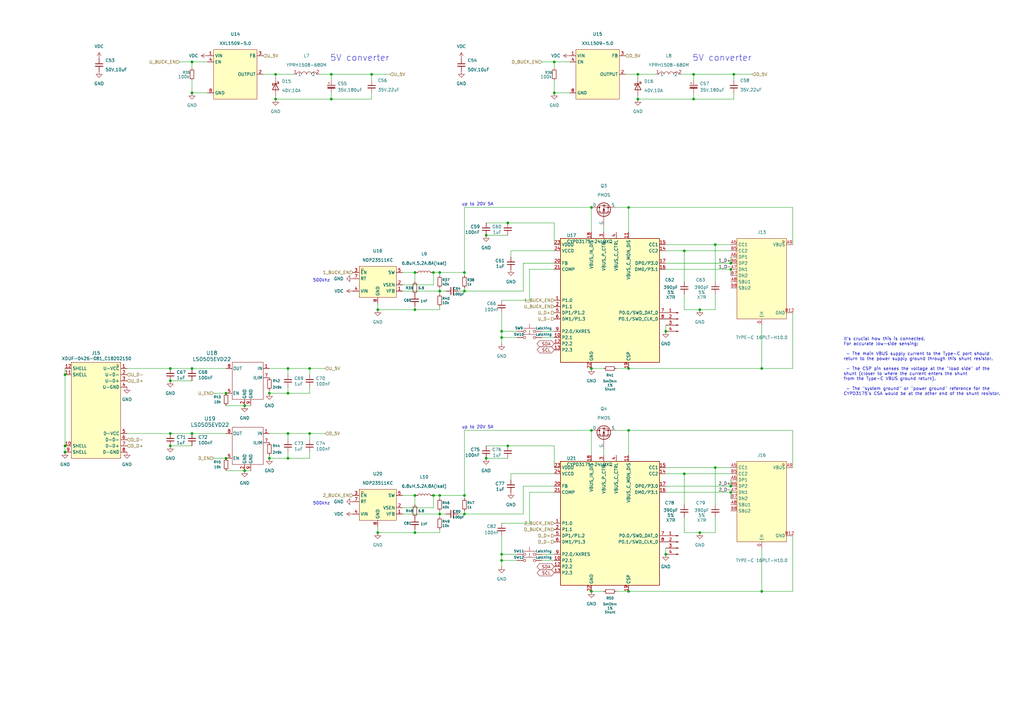
<source format=kicad_sch>
(kicad_sch (version 20250114) (generator "eeschema") (generator_version "9.0")
  (paper "A3")
  (text "up to 20V 5A" (at 202.438 175.26 0) (effects (font (size 1.27 1.27)) (justify right)))
  (text "5V converter" (at 296.164 23.876 0) (effects (font (size 2.54 2.54))))
  (text "up to 20V 5A" (at 202.438 83.82 0) (effects (font (size 1.27 1.27)) (justify right)))
  (text "500khz" (at 131.826 206.502 0) (effects (font (size 1.27 1.27))))
  (text "500khz" (at 131.826 115.062 0) (effects (font (size 1.27 1.27))))
  (text "5V converter" (at 147.574 23.876 0) (effects (font (size 2.54 2.54))))
  (text "It's crucial how this is connected.\nFor accurate low-side sensing:\n\n - The main VBUS supply current to the Type-C port should\nreturn to the power supply ground through this shunt resistor.\n\n - The CSP pin senses the voltage at the \"load side\" of the\nshunt (closer to where the current enters the shunt\nfrom the Type-C VBUS ground return).\n\n - The \"system ground\" or \"power ground\" reference for the\nCYPD3175's CSA would be at the other end of the shunt resistor." (at 345.948 150.368 0) (effects (font (size 1.27 1.27)) (justify left)))
  (junction (at 284.48 40.64))
  (junction (at 299.72 110.49))
  (junction (at 190.5 119.38))
  (junction (at 180.34 203.2))
  (junction (at 110.49 187.96))
  (junction (at 287.02 127))
  (junction (at 78.74 177.8))
  (junction (at 257.81 242.57))
  (junction (at 100.33 166.37))
  (junction (at 92.71 161.29))
  (junction (at 261.62 40.64))
  (junction (at 199.39 187.96))
  (junction (at 154.94 127))
  (junction (at 69.85 151.13))
  (junction (at 78.74 151.13))
  (junction (at 257.81 176.53))
  (junction (at 257.81 151.13))
  (junction (at 287.02 218.44))
  (junction (at 280.67 194.31))
  (junction (at 127 177.8))
  (junction (at 190.5 203.2))
  (junction (at 177.8 203.2))
  (junction (at 242.57 85.09))
  (junction (at 293.37 191.77))
  (junction (at 180.34 119.38))
  (junction (at 135.89 30.48))
  (junction (at 154.94 218.44))
  (junction (at 170.18 218.44))
  (junction (at 208.28 91.44))
  (junction (at 26.67 185.42))
  (junction (at 69.85 182.88))
  (junction (at 293.37 100.33))
  (junction (at 113.03 40.64))
  (junction (at 69.85 177.8))
  (junction (at 242.57 242.57))
  (junction (at 26.67 153.67))
  (junction (at 242.57 176.53))
  (junction (at 180.34 111.76))
  (junction (at 190.5 111.76))
  (junction (at 135.89 40.64))
  (junction (at 205.74 135.89))
  (junction (at 152.4 30.48))
  (junction (at 299.72 201.93))
  (junction (at 170.18 111.76))
  (junction (at 312.42 151.13))
  (junction (at 273.05 227.33))
  (junction (at 118.11 187.96))
  (junction (at 26.67 182.88))
  (junction (at 257.81 85.09))
  (junction (at 205.74 229.87))
  (junction (at 199.39 96.52))
  (junction (at 205.74 138.43))
  (junction (at 205.74 227.33))
  (junction (at 280.67 102.87))
  (junction (at 208.28 182.88))
  (junction (at 227.33 25.4))
  (junction (at 170.18 203.2))
  (junction (at 242.57 151.13))
  (junction (at 299.72 199.39))
  (junction (at 78.74 38.1))
  (junction (at 177.8 111.76))
  (junction (at 118.11 177.8))
  (junction (at 100.33 193.04))
  (junction (at 273.05 135.89))
  (junction (at 118.11 151.13))
  (junction (at 78.74 25.4))
  (junction (at 110.49 161.29))
  (junction (at 300.99 30.48))
  (junction (at 190.5 210.82))
  (junction (at 69.85 156.21))
  (junction (at 299.72 107.95))
  (junction (at 118.11 161.29))
  (junction (at 261.62 30.48))
  (junction (at 227.33 38.1))
  (junction (at 92.71 187.96))
  (junction (at 113.03 30.48))
  (junction (at 284.48 30.48))
  (junction (at 180.34 210.82))
  (junction (at 127 151.13))
  (junction (at 170.18 127))
  (junction (at 312.42 242.57))
  (wire (pts (xy 170.18 127) (xy 180.34 127)))
  (wire (pts (xy 273.05 110.49) (xy 299.72 110.49)))
  (wire (pts (xy 261.62 40.64) (xy 284.48 40.64)))
  (wire (pts (xy 52.07 177.8) (xy 69.85 177.8)))
  (wire (pts (xy 227.33 25.4) (xy 227.33 27.94)))
  (wire (pts (xy 135.89 40.64) (xy 135.89 38.1)))
  (wire (pts (xy 78.74 177.8) (xy 92.71 177.8)))
  (wire (pts (xy 300.99 30.48) (xy 308.61 30.48)))
  (wire (pts (xy 170.18 203.2) (xy 170.18 207.01)))
  (wire (pts (xy 242.57 176.53) (xy 242.57 186.69)))
  (wire (pts (xy 325.12 151.13) (xy 325.12 128.27)))
  (wire (pts (xy 284.48 40.64) (xy 284.48 38.1)))
  (wire (pts (xy 177.8 116.84) (xy 177.8 111.76)))
  (wire (pts (xy 252.73 176.53) (xy 257.81 176.53)))
  (wire (pts (xy 242.57 151.13) (xy 247.65 151.13)))
  (wire (pts (xy 261.62 30.48) (xy 269.24 30.48)))
  (wire (pts (xy 133.35 151.13) (xy 127 151.13)))
  (wire (pts (xy 100.33 166.37) (xy 102.87 166.37)))
  (wire (pts (xy 205.74 138.43) (xy 212.09 138.43)))
  (wire (pts (xy 177.8 208.28) (xy 177.8 203.2)))
  (wire (pts (xy 257.81 176.53) (xy 325.12 176.53)))
  (wire (pts (xy 205.74 135.89) (xy 212.09 135.89)))
  (wire (pts (xy 205.74 227.33) (xy 212.09 227.33)))
  (wire (pts (xy 190.5 119.38) (xy 187.96 119.38)))
  (wire (pts (xy 217.17 110.49) (xy 217.17 123.19)))
  (wire (pts (xy 227.33 38.1) (xy 227.33 33.02)))
  (wire (pts (xy 325.12 85.09) (xy 325.12 100.33)))
  (wire (pts (xy 69.85 151.13) (xy 78.74 151.13)))
  (wire (pts (xy 299.72 201.93) (xy 299.72 204.47)))
  (wire (pts (xy 217.17 123.19) (xy 205.74 123.19)))
  (wire (pts (xy 87.63 161.29) (xy 92.71 161.29)))
  (wire (pts (xy 300.99 30.48) (xy 300.99 33.02)))
  (wire (pts (xy 133.35 177.8) (xy 127 177.8)))
  (wire (pts (xy 299.72 110.49) (xy 299.72 113.03)))
  (wire (pts (xy 273.05 107.95) (xy 299.72 107.95)))
  (wire (pts (xy 217.17 214.63) (xy 205.74 214.63)))
  (wire (pts (xy 154.94 124.46) (xy 154.94 127)))
  (wire (pts (xy 299.72 199.39) (xy 299.72 196.85)))
  (wire (pts (xy 190.5 119.38) (xy 214.63 119.38)))
  (wire (pts (xy 118.11 161.29) (xy 127 161.29)))
  (wire (pts (xy 300.99 40.64) (xy 300.99 38.1)))
  (wire (pts (xy 284.48 40.64) (xy 300.99 40.64)))
  (wire (pts (xy 152.4 30.48) (xy 152.4 33.02)))
  (wire (pts (xy 154.94 215.9) (xy 154.94 218.44)))
  (wire (pts (xy 78.74 38.1) (xy 85.09 38.1)))
  (wire (pts (xy 257.81 151.13) (xy 312.42 151.13)))
  (wire (pts (xy 205.74 138.43) (xy 205.74 135.89)))
  (wire (pts (xy 127 158.75) (xy 127 161.29)))
  (wire (pts (xy 154.94 218.44) (xy 170.18 218.44)))
  (wire (pts (xy 69.85 177.8) (xy 78.74 177.8)))
  (wire (pts (xy 205.74 229.87) (xy 205.74 227.33)))
  (wire (pts (xy 227.33 91.44) (xy 227.33 100.33)))
  (wire (pts (xy 208.28 91.44) (xy 227.33 91.44)))
  (wire (pts (xy 199.39 96.52) (xy 208.28 96.52)))
  (wire (pts (xy 293.37 212.09) (xy 293.37 218.44)))
  (wire (pts (xy 130.81 30.48) (xy 135.89 30.48)))
  (wire (pts (xy 118.11 151.13) (xy 110.49 151.13)))
  (wire (pts (xy 190.5 209.55) (xy 190.5 210.82)))
  (wire (pts (xy 180.34 111.76) (xy 190.5 111.76)))
  (wire (pts (xy 113.03 30.48) (xy 120.65 30.48)))
  (wire (pts (xy 222.25 229.87) (xy 227.33 229.87)))
  (wire (pts (xy 110.49 161.29) (xy 118.11 161.29)))
  (wire (pts (xy 190.5 113.03) (xy 190.5 111.76)))
  (wire (pts (xy 154.94 127) (xy 170.18 127)))
  (wire (pts (xy 208.28 182.88) (xy 227.33 182.88)))
  (wire (pts (xy 118.11 185.42) (xy 118.11 187.96)))
  (wire (pts (xy 280.67 194.31) (xy 280.67 207.01)))
  (wire (pts (xy 325.12 242.57) (xy 325.12 219.71)))
  (wire (pts (xy 222.25 25.4) (xy 227.33 25.4)))
  (wire (pts (xy 110.49 161.29) (xy 110.49 160.02)))
  (wire (pts (xy 190.5 85.09) (xy 242.57 85.09)))
  (wire (pts (xy 247.65 184.15) (xy 247.65 186.69)))
  (wire (pts (xy 190.5 118.11) (xy 190.5 119.38)))
  (wire (pts (xy 280.67 102.87) (xy 299.72 102.87)))
  (wire (pts (xy 100.33 193.04) (xy 102.87 193.04)))
  (wire (pts (xy 180.34 127) (xy 180.34 125.73)))
  (wire (pts (xy 190.5 176.53) (xy 242.57 176.53)))
  (wire (pts (xy 135.89 30.48) (xy 152.4 30.48)))
  (wire (pts (xy 257.81 176.53) (xy 257.81 186.69)))
  (wire (pts (xy 205.74 135.89) (xy 205.74 128.27)))
  (wire (pts (xy 252.73 242.57) (xy 257.81 242.57)))
  (wire (pts (xy 256.54 30.48) (xy 261.62 30.48)))
  (wire (pts (xy 87.63 187.96) (xy 92.71 187.96)))
  (wire (pts (xy 69.85 156.21) (xy 78.74 156.21)))
  (wire (pts (xy 209.55 102.87) (xy 209.55 105.41)))
  (wire (pts (xy 261.62 40.64) (xy 261.62 39.37)))
  (wire (pts (xy 190.5 210.82) (xy 214.63 210.82)))
  (wire (pts (xy 127 153.67) (xy 127 151.13)))
  (wire (pts (xy 180.34 210.82) (xy 182.88 210.82)))
  (wire (pts (xy 273.05 194.31) (xy 280.67 194.31)))
  (wire (pts (xy 26.67 182.88) (xy 26.67 185.42)))
  (wire (pts (xy 180.34 203.2) (xy 190.5 203.2)))
  (wire (pts (xy 214.63 210.82) (xy 214.63 199.39)))
  (wire (pts (xy 222.25 135.89) (xy 227.33 135.89)))
  (wire (pts (xy 293.37 120.65) (xy 293.37 127)))
  (wire (pts (xy 222.25 138.43) (xy 227.33 138.43)))
  (wire (pts (xy 312.42 224.79) (xy 312.42 242.57)))
  (wire (pts (xy 279.4 30.48) (xy 284.48 30.48)))
  (wire (pts (xy 252.73 151.13) (xy 257.81 151.13)))
  (wire (pts (xy 180.34 119.38) (xy 180.34 120.65)))
  (wire (pts (xy 227.33 182.88) (xy 227.33 191.77)))
  (wire (pts (xy 257.81 85.09) (xy 257.81 95.25)))
  (wire (pts (xy 280.67 212.09) (xy 280.67 218.44)))
  (wire (pts (xy 209.55 194.31) (xy 209.55 196.85)))
  (wire (pts (xy 26.67 153.67) (xy 26.67 182.88)))
  (wire (pts (xy 273.05 199.39) (xy 299.72 199.39)))
  (wire (pts (xy 127 151.13) (xy 118.11 151.13)))
  (wire (pts (xy 170.18 218.44) (xy 170.18 217.17)))
  (wire (pts (xy 199.39 182.88) (xy 208.28 182.88)))
  (wire (pts (xy 205.74 232.41) (xy 205.74 229.87)))
  (wire (pts (xy 293.37 100.33) (xy 293.37 115.57)))
  (wire (pts (xy 52.07 151.13) (xy 69.85 151.13)))
  (wire (pts (xy 325.12 176.53) (xy 325.12 191.77)))
  (wire (pts (xy 118.11 187.96) (xy 127 187.96)))
  (wire (pts (xy 26.67 151.13) (xy 26.67 153.67)))
  (wire (pts (xy 127 177.8) (xy 118.11 177.8)))
  (wire (pts (xy 293.37 191.77) (xy 299.72 191.77)))
  (wire (pts (xy 170.18 111.76) (xy 170.18 115.57)))
  (wire (pts (xy 227.33 38.1) (xy 233.68 38.1)))
  (wire (pts (xy 180.34 111.76) (xy 180.34 113.03)))
  (wire (pts (xy 205.74 229.87) (xy 212.09 229.87)))
  (wire (pts (xy 273.05 102.87) (xy 280.67 102.87)))
  (wire (pts (xy 118.11 180.34) (xy 118.11 177.8)))
  (wire (pts (xy 209.55 102.87) (xy 227.33 102.87)))
  (wire (pts (xy 214.63 119.38) (xy 214.63 107.95)))
  (wire (pts (xy 110.49 187.96) (xy 110.49 186.69)))
  (wire (pts (xy 222.25 227.33) (xy 227.33 227.33)))
  (wire (pts (xy 190.5 203.2) (xy 190.5 176.53)))
  (wire (pts (xy 152.4 30.48) (xy 160.02 30.48)))
  (wire (pts (xy 127 180.34) (xy 127 177.8)))
  (wire (pts (xy 284.48 30.48) (xy 300.99 30.48)))
  (wire (pts (xy 293.37 218.44) (xy 287.02 218.44)))
  (wire (pts (xy 180.34 118.11) (xy 180.34 119.38)))
  (wire (pts (xy 127 185.42) (xy 127 187.96)))
  (wire (pts (xy 180.34 218.44) (xy 180.34 217.17)))
  (wire (pts (xy 78.74 25.4) (xy 78.74 27.94)))
  (wire (pts (xy 273.05 201.93) (xy 299.72 201.93)))
  (wire (pts (xy 280.67 120.65) (xy 280.67 127)))
  (wire (pts (xy 170.18 127) (xy 170.18 125.73)))
  (wire (pts (xy 299.72 107.95) (xy 299.72 105.41)))
  (wire (pts (xy 165.1 210.82) (xy 180.34 210.82)))
  (wire (pts (xy 247.65 92.71) (xy 247.65 95.25)))
  (wire (pts (xy 113.03 31.75) (xy 113.03 30.48)))
  (wire (pts (xy 214.63 199.39) (xy 227.33 199.39)))
  (wire (pts (xy 252.73 85.09) (xy 257.81 85.09)))
  (wire (pts (xy 293.37 191.77) (xy 293.37 207.01)))
  (wire (pts (xy 190.5 111.76) (xy 190.5 85.09)))
  (wire (pts (xy 78.74 38.1) (xy 78.74 33.02)))
  (wire (pts (xy 92.71 166.37) (xy 100.33 166.37)))
  (wire (pts (xy 273.05 224.79) (xy 273.05 227.33)))
  (wire (pts (xy 190.5 204.47) (xy 190.5 203.2)))
  (wire (pts (xy 261.62 31.75) (xy 261.62 30.48)))
  (wire (pts (xy 92.71 193.04) (xy 100.33 193.04)))
  (wire (pts (xy 280.67 218.44) (xy 287.02 218.44)))
  (wire (pts (xy 177.8 203.2) (xy 180.34 203.2)))
  (wire (pts (xy 227.33 25.4) (xy 233.68 25.4)))
  (wire (pts (xy 280.67 102.87) (xy 280.67 115.57)))
  (wire (pts (xy 110.49 187.96) (xy 118.11 187.96)))
  (wire (pts (xy 118.11 158.75) (xy 118.11 161.29)))
  (wire (pts (xy 190.5 210.82) (xy 187.96 210.82)))
  (wire (pts (xy 217.17 201.93) (xy 217.17 214.63)))
  (wire (pts (xy 118.11 153.67) (xy 118.11 151.13)))
  (wire (pts (xy 152.4 40.64) (xy 152.4 38.1)))
  (wire (pts (xy 113.03 40.64) (xy 135.89 40.64)))
  (wire (pts (xy 217.17 201.93) (xy 227.33 201.93)))
  (wire (pts (xy 280.67 127) (xy 287.02 127)))
  (wire (pts (xy 214.63 107.95) (xy 227.33 107.95)))
  (wire (pts (xy 165.1 116.84) (xy 177.8 116.84)))
  (wire (pts (xy 180.34 119.38) (xy 182.88 119.38)))
  (wire (pts (xy 78.74 25.4) (xy 85.09 25.4)))
  (wire (pts (xy 284.48 33.02) (xy 284.48 30.48)))
  (wire (pts (xy 209.55 194.31) (xy 227.33 194.31)))
  (wire (pts (xy 165.1 111.76) (xy 170.18 111.76)))
  (wire (pts (xy 180.34 203.2) (xy 180.34 204.47)))
  (wire (pts (xy 113.03 40.64) (xy 113.03 39.37)))
  (wire (pts (xy 180.34 209.55) (xy 180.34 210.82)))
  (wire (pts (xy 107.95 30.48) (xy 113.03 30.48)))
  (wire (pts (xy 205.74 227.33) (xy 205.74 219.71)))
  (wire (pts (xy 273.05 133.35) (xy 273.05 135.89)))
  (wire (pts (xy 273.05 191.77) (xy 293.37 191.77)))
  (wire (pts (xy 170.18 218.44) (xy 180.34 218.44)))
  (wire (pts (xy 78.74 151.13) (xy 92.71 151.13)))
  (wire (pts (xy 293.37 127) (xy 287.02 127)))
  (wire (pts (xy 165.1 208.28) (xy 177.8 208.28)))
  (wire (pts (xy 242.57 242.57) (xy 247.65 242.57)))
  (wire (pts (xy 312.42 151.13) (xy 325.12 151.13)))
  (wire (pts (xy 242.57 85.09) (xy 242.57 95.25)))
  (wire (pts (xy 217.17 110.49) (xy 227.33 110.49)))
  (wire (pts (xy 257.81 242.57) (xy 312.42 242.57)))
  (wire (pts (xy 180.34 210.82) (xy 180.34 212.09)))
  (wire (pts (xy 280.67 194.31) (xy 299.72 194.31)))
  (wire (pts (xy 135.89 40.64) (xy 152.4 40.64)))
  (wire (pts (xy 118.11 177.8) (xy 110.49 177.8)))
  (wire (pts (xy 205.74 140.97) (xy 205.74 138.43)))
  (wire (pts (xy 273.05 100.33) (xy 293.37 100.33)))
  (wire (pts (xy 135.89 33.02) (xy 135.89 30.48)))
  (wire (pts (xy 293.37 100.33) (xy 299.72 100.33)))
  (wire (pts (xy 73.66 25.4) (xy 78.74 25.4)))
  (wire (pts (xy 257.81 85.09) (xy 325.12 85.09)))
  (wire (pts (xy 69.85 182.88) (xy 78.74 182.88)))
  (wire (pts (xy 165.1 203.2) (xy 170.18 203.2)))
  (wire (pts (xy 199.39 187.96) (xy 208.28 187.96)))
  (wire (pts (xy 165.1 119.38) (xy 180.34 119.38)))
  (wire (pts (xy 177.8 111.76) (xy 180.34 111.76)))
  (wire (pts (xy 312.42 242.57) (xy 325.12 242.57)))
  (wire (pts (xy 312.42 133.35) (xy 312.42 151.13)))
  (wire (pts (xy 199.39 91.44) (xy 208.28 91.44)))
  (label "1_D-" (at 294.724 110.49 0))
  (label "1_D+" (at 294.64 107.95 0))
  (label "2_D-" (at 294.724 201.93 0))
  (label "2_D+" (at 294.64 199.39 0))
  (global_label "SDA" (shape bidirectional) (at 227.33 140.97 180) (property "Intersheetrefs" "${INTERSHEET_REFS}" (effects (hide yes))))
  (global_label "SDA" (shape bidirectional) (at 227.33 232.41 180) (property "Intersheetrefs" "${INTERSHEET_REFS}" (effects (hide yes))))
  (global_label "SCL" (shape bidirectional) (at 227.33 143.51 180) (property "Intersheetrefs" "${INTERSHEET_REFS}" (effects (hide yes))))
  (global_label "SCL" (shape bidirectional) (at 227.33 234.95 180) (property "Intersheetrefs" "${INTERSHEET_REFS}" (effects (hide yes))))
  (hierarchical_label "1_BUCK_EN" (shape input) (at 144.78 111.76 180))
  (hierarchical_label "2_BUCK_EN" (shape input) (at 144.78 203.2 180))
  (hierarchical_label "U_D+" (shape input) (at 52.07 156.21 0))
  (hierarchical_label "D_BUCK_EN" (shape input) (at 227.33 217.17 180))
  (hierarchical_label "U_D+" (shape input) (at 227.33 128.27 180))
  (hierarchical_label "D_5V" (shape input) (at 308.61 30.48 0))
  (hierarchical_label "U_D-" (shape input) (at 52.07 153.67 0))
  (hierarchical_label "U_5V" (shape input) (at 160.02 30.48 0))
  (hierarchical_label "U_5V" (shape input) (at 107.95 22.86 0))
  (hierarchical_label "D_EN" (shape input) (at 87.63 187.96 180))
  (hierarchical_label "U_BUCK_EN" (shape input) (at 227.33 125.73 180))
  (hierarchical_label "D_5V" (shape input) (at 133.35 177.8 0))
  (hierarchical_label "U_D-" (shape input) (at 227.33 130.81 180))
  (hierarchical_label "D_BUCK_EN" (shape input) (at 222.25 25.4 180))
  (hierarchical_label "D_D+" (shape input) (at 227.33 219.71 180))
  (hierarchical_label "D_D-" (shape input) (at 227.33 222.25 180))
  (hierarchical_label "D_5V" (shape input) (at 256.54 22.86 0))
  (hierarchical_label "D_D+" (shape input) (at 52.07 182.88 0))
  (hierarchical_label "U_BUCK_EN" (shape input) (at 73.66 25.4 180))
  (hierarchical_label "D_D-" (shape input) (at 52.07 180.34 0))
  (hierarchical_label "1_BUCK_EN" (shape input) (at 227.33 123.19 180))
  (hierarchical_label "2_BUCK_EN" (shape input) (at 227.33 214.63 180))
  (hierarchical_label "U_EN" (shape input) (at 87.63 161.29 180))
  (hierarchical_label "U_5V" (shape input) (at 133.35 151.13 0))
  (symbol (lib_id "power:VDC") (at 85.09 22.86 90) (unit 1)
    (property "Reference" "#PWR090" (effects (hide yes)))
    (property "Value" "VDC" (at 81.28 22.8599 90) (effects (justify left)))
    (property "Description" "Power symbol creates a global label with name \"VDC\"" (effects (hide yes)))
  )
  (symbol (lib_id "easyeda2kicad:XXL1509-5.0") (at 96.52 30.48 0) (mirror y) (unit 1)
    (property "Reference" "U14" (at 96.52 13.97 0))
    (property "Value" "XXL1509-5.0" (at 96.52 17.78 0))
    (property "Footprint" "easyeda2kicad:SOIC-8_L4.9-W3.9-P1.27-LS6.0-BL" (effects (hide yes)))
    (property "LCSC Part" "C42376977" (effects (hide yes)))
  )
  (symbol (lib_id "Device:C_Small") (at 40.64 26.67 0) (unit 1)
    (property "Reference" "C53" (at 43.18 24.7712 0) (effects (justify left)))
    (property "Value" "50V,10uF" (at 43.18 28.5812 0) (effects (justify left)))
    (property "Footprint" "Capacitor_SMD:C_1206_3216Metric_Pad1.33x1.80mm_HandSolder" (effects (hide yes)))
    (property "Description" "Unpolarized capacitor, small symbol" (effects (hide yes)))
  )
  (symbol (lib_id "power:GND") (at 199.39 96.52 0) (unit 1)
    (property "Reference" "#PWR0100" (effects (hide yes)))
    (property "Value" "GND" (at 199.39 101.6 0))
    (property "Description" "Power symbol creates a global label with name \"GND\" , ground" (effects (hide yes)))
  )
  (symbol (lib_id "Device:C_Small") (at 127 182.88 180) (unit 1)
    (property "Reference" "C74" (at 129.54 181.864 0) (effects (justify right)))
    (property "Value" "100nF" (at 129.54 184.15 0) (effects (justify right)))
    (property "Footprint" "Capacitor_SMD:C_0201_0603Metric_Pad0.64x0.40mm_HandSolder" (effects (hide yes)))
    (property "Description" "Unpolarized capacitor, small symbol" (effects (hide yes)))
  )
  (symbol (lib_id "power:VDC") (at 40.64 24.13 0) (unit 1)
    (property "Reference" "#PWR092" (effects (hide yes)))
    (property "Value" "VDC" (at 40.64 19.05 0))
    (property "Description" "Power symbol creates a global label with name \"VDC\"" (effects (hide yes)))
  )
  (symbol (lib_id "Device:R_Small") (at 180.34 115.57 0) (unit 1)
    (property "Reference" "R37" (at 181.356 114.808 0) (effects (font (size 1.016 1.016)) (justify left)))
    (property "Value" "40k" (at 181.356 116.586 0) (effects (font (size 1.016 1.016)) (justify left)))
    (property "Footprint" "Resistor_SMD:R_0603_1608Metric_Pad0.98x0.95mm_HandSolder" (effects (hide yes)))
    (property "Description" "Resistor, small symbol" (effects (hide yes)))
  )
  (symbol (lib_id "power:VDC") (at 144.78 210.82 90) (unit 1)
    (property "Reference" "#PWR0278" (effects (hide yes)))
    (property "Value" "VDC" (at 140.97 210.8199 90) (effects (justify left)))
    (property "Description" "Power symbol creates a global label with name \"VDC\"" (effects (hide yes)))
  )
  (symbol (lib_id "misc:CYPD3175-24LQXQ") (at 250.19 123.19 0) (unit 1)
    (property "Reference" "U17" (at 232.41 96.52 0) (effects (justify left)))
    (property "Value" "CYPD3175-24LQXQ" (at 232.41 99.06 0) (effects (justify left)))
    (property "Footprint" "Package_DFN_QFN:QFN-24-1EP_4x4mm_P0.5mm_EP2.7x2.7mm_ThermalVias" (effects (hide yes)))
    (property "Datasheet" "https://www.infineon.com/dgdl/Infineon-EZ-PD(TM)_CCG3PA_Datasheet_USB_Type-C_Port_Controller-DataSheet-v09_00-EN.pdf?fileId=8ac78c8c7d0d8da4017d0ee438366ac0" (effects (hide yes)))
    (property "Description" "USB Type-C port controller, Cortex®-M0 processor, DFP CC with direct feedback bootloader, QFN-24" (effects (hide yes)))
  )
  (symbol (lib_id "power:GND") (at 154.94 218.44 0) (unit 1)
    (property "Reference" "#PWR0121" (effects (hide yes)))
    (property "Value" "GND" (at 154.94 223.52 0))
    (property "Description" "Power symbol creates a global label with name \"GND\" , ground" (effects (hide yes)))
  )
  (symbol (lib_id "Device:C_Small") (at 208.28 93.98 0) (mirror x) (unit 1)
    (property "Reference" "C60" (at 205.74 92.964 0) (effects (justify right)))
    (property "Value" "1uF" (at 205.74 95.25 0) (effects (justify right)))
    (property "Footprint" "Capacitor_SMD:C_0402_1005Metric_Pad0.74x0.62mm_HandSolder" (effects (hide yes)))
    (property "Description" "Unpolarized capacitor, small symbol" (effects (hide yes)))
  )
  (symbol (lib_id "Device:L") (at 173.99 111.76 90) (unit 1)
    (property "Reference" "L9" (at 173.99 104.14 90))
    (property "Value" "6.8uH,5.2A,8A(Isat)" (at 173.99 107.95 90))
    (property "Footprint" "easyeda2kicad:IND-SMD_L8.0-W8.0-1" (effects (hide yes)))
    (property "Description" "Inductor" (effects (hide yes)))
  )
  (symbol (lib_id "power:GND") (at 100.33 166.37 0) (mirror y) (unit 1)
    (property "Reference" "#PWR0112" (effects (hide yes)))
    (property "Value" "GND" (at 100.33 171.45 0))
    (property "Description" "Power symbol creates a global label with name \"GND\" , ground" (effects (hide yes)))
  )
  (symbol (lib_id "power:GND") (at 69.85 182.88 0) (unit 1)
    (property "Reference" "#PWR0113" (effects (hide yes)))
    (property "Value" "GND" (at 69.85 187.96 0))
    (property "Description" "Power symbol creates a global label with name \"GND\" , ground" (effects (hide yes)))
  )
  (symbol (lib_id "Switch:SW_Push") (at 217.17 138.43 0) (unit 1) (on_board no)
    (property "Reference" "SW10" (at 212.852 137.16 0) (effects (font (size 1.016 1.016))))
    (property "Value" "Latching" (at 223.012 137.16 0) (effects (font (size 1.016 1.016))))
    (property "Footprint" "easyeda2kicad:SW-TH_6P-L8.0-W8.0-P2.50" (effects (hide yes)))
    (property "Description" "Push button switch, generic, two pins" (effects (hide yes)))
  )
  (symbol (lib_id "power:VDC") (at 233.68 22.86 90) (unit 1)
    (property "Reference" "#PWR091" (effects (hide yes)))
    (property "Value" "VDC" (at 229.87 22.8599 90) (effects (justify left)))
    (property "Description" "Power symbol creates a global label with name \"VDC\"" (effects (hide yes)))
  )
  (symbol (lib_id "Device:C_Small") (at 69.85 180.34 180) (unit 1)
    (property "Reference" "C71" (at 72.39 179.324 0) (effects (justify right)))
    (property "Value" "1uF" (at 72.39 181.61 0) (effects (justify right)))
    (property "Footprint" "Capacitor_SMD:C_0402_1005Metric_Pad0.74x0.62mm_HandSolder" (effects (hide yes)))
    (property "Description" "Unpolarized capacitor, small symbol" (effects (hide yes)))
  )
  (symbol (lib_id "Device:C_Small") (at 152.4 35.56 0) (unit 1)
    (property "Reference" "C56" (at 154.94 33.02 0) (effects (justify left)))
    (property "Value" "35V,22uF" (at 154.94 36.83 0) (effects (justify left)))
    (property "Footprint" "Capacitor_SMD:C_0805_2012Metric_Pad1.18x1.45mm_HandSolder" (effects (hide yes)))
    (property "Description" "Unpolarized capacitor, small symbol" (effects (hide yes)))
  )
  (symbol (lib_id "Device:R_Small") (at 180.34 214.63 0) (unit 1)
    (property "Reference" "R49" (at 181.356 213.868 0) (effects (font (size 1.016 1.016)) (justify left)))
    (property "Value" "10k" (at 181.356 215.646 0) (effects (font (size 1.016 1.016)) (justify left)))
    (property "Footprint" "Resistor_SMD:R_0402_1005Metric_Pad0.72x0.64mm_HandSolder" (effects (hide yes)))
    (property "Description" "Resistor, small symbol" (effects (hide yes)))
  )
  (symbol (lib_id "Simulation_SPICE:PMOS") (at 247.65 87.63 90) (unit 1)
    (property "Reference" "Q3" (at 247.65 76.2 90))
    (property "Value" "PMOS" (at 247.65 80.01 90))
    (property "Footprint" "easyeda2kicad:PDFN-8_L5.2-W5.9-P1.27-LS6.2-BL" (effects (hide yes)))
    (property "Datasheet" "https://ngspice.sourceforge.io/docs/ngspice-html-manual/manual.xhtml#cha_MOSFETs" (effects (hide yes)))
    (property "Description" "P-MOSFET transistor, drain/source/gate" (effects (hide yes)))
    (property "Sim.Device" "PMOS" (effects (hide yes)))
    (property "Sim.Type" "VDMOS" (effects (hide yes)))
    (property "Sim.Pins" "1=D 2=G 3=S" (effects (hide yes)))
  )
  (symbol (lib_id "Device:R_Small") (at 180.34 207.01 0) (unit 1)
    (property "Reference" "R46" (at 181.356 206.248 0) (effects (font (size 1.016 1.016)) (justify left)))
    (property "Value" "40k" (at 181.356 208.026 0) (effects (font (size 1.016 1.016)) (justify left)))
    (property "Footprint" "Resistor_SMD:R_0603_1608Metric_Pad0.98x0.95mm_HandSolder" (effects (hide yes)))
    (property "Description" "Resistor, small symbol" (effects (hide yes)))
  )
  (symbol (lib_id "Device:C_Small") (at 280.67 209.55 0) (mirror y) (unit 1)
    (property "Reference" "C78" (at 276.606 206.248 0) (effects (justify left)))
    (property "Value" "390pF\n5%\nX7R" (at 278.13 211.328 0) (effects (justify left)))
    (property "Footprint" "Capacitor_SMD:C_0603_1608Metric_Pad1.08x0.95mm_HandSolder" (effects (hide yes)))
    (property "Description" "Unpolarized capacitor, small symbol" (effects (hide yes)))
  )
  (symbol (lib_id "misc:CYPD3175-24LQXQ") (at 250.19 214.63 0) (unit 1)
    (property "Reference" "U21" (at 232.41 187.96 0) (effects (justify left)))
    (property "Value" "CYPD3175-24LQXQ" (at 232.41 190.5 0) (effects (justify left)))
    (property "Footprint" "Package_DFN_QFN:QFN-24-1EP_4x4mm_P0.5mm_EP2.7x2.7mm_ThermalVias" (effects (hide yes)))
    (property "Datasheet" "https://www.infineon.com/dgdl/Infineon-EZ-PD(TM)_CCG3PA_Datasheet_USB_Type-C_Port_Controller-DataSheet-v09_00-EN.pdf?fileId=8ac78c8c7d0d8da4017d0ee438366ac0" (effects (hide yes)))
    (property "Description" "USB Type-C port controller, Cortex®-M0 processor, DFP CC with direct feedback bootloader, QFN-24" (effects (hide yes)))
  )
  (symbol (lib_id "LS0505EVD22:LS0505EVD22") (at 115.57 177.8 0) (mirror y) (unit 1)
    (property "Reference" "U19" (at 86.106 171.704 0) (effects (font (size 1.524 1.524))))
    (property "Value" "LS0505EVD22" (at 86.106 174.244 0) (effects (font (size 1.524 1.524))))
    (property "Footprint" "LS0505EVD22:LS0505EVD22_LTF" (effects (hide yes)))
    (property "Datasheet" "LS0505EVD22" (effects (hide yes)))
  )
  (symbol (lib_id "easyeda2kicad:NDP23511KC") (at 154.94 115.57 0) (unit 1)
    (property "Reference" "U16" (at 154.94 102.87 0))
    (property "Value" "NDP23511KC" (at 154.94 106.68 0))
    (property "Footprint" "easyeda2kicad:SOP-8_L4.9-W3.9-P1.27-LS6.0-BL" (effects (hide yes)))
    (property "LCSC Part" "C17702285" (effects (hide yes)))
  )
  (symbol (lib_id "power:VDC") (at 144.78 119.38 90) (unit 1)
    (property "Reference" "#PWR0277" (effects (hide yes)))
    (property "Value" "VDC" (at 140.97 119.3799 90) (effects (justify left)))
    (property "Description" "Power symbol creates a global label with name \"VDC\"" (effects (hide yes)))
  )
  (symbol (lib_id "Device:C_Small") (at 293.37 209.55 0) (mirror y) (unit 1)
    (property "Reference" "C79" (at 289.306 206.248 0) (effects (justify left)))
    (property "Value" "390pF\n5%\nX7R" (at 290.83 211.328 0) (effects (justify left)))
    (property "Footprint" "Capacitor_SMD:C_0603_1608Metric_Pad1.08x0.95mm_HandSolder" (effects (hide yes)))
    (property "Description" "Unpolarized capacitor, small symbol" (effects (hide yes)))
  )
  (symbol (lib_id "power:GND") (at 113.03 40.64 0) (unit 1)
    (property "Reference" "#PWR098" (effects (hide yes)))
    (property "Value" "GND" (at 113.03 45.72 0))
    (property "Description" "Power symbol creates a global label with name \"GND\" , ground" (effects (hide yes)))
  )
  (symbol (lib_id "Device:C_Small") (at 293.37 118.11 0) (mirror y) (unit 1)
    (property "Reference" "C63" (at 289.306 114.808 0) (effects (justify left)))
    (property "Value" "390pF\n5%\nX7R" (at 290.83 119.888 0) (effects (justify left)))
    (property "Footprint" "Capacitor_SMD:C_0603_1608Metric_Pad1.08x0.95mm_HandSolder" (effects (hide yes)))
    (property "Description" "Unpolarized capacitor, small symbol" (effects (hide yes)))
  )
  (symbol (lib_id "power:GND") (at 227.33 38.1 0) (mirror y) (unit 1)
    (property "Reference" "#PWR097" (effects (hide yes)))
    (property "Value" "GND" (at 227.33 43.18 0))
    (property "Description" "Power symbol creates a global label with name \"GND\" , ground" (effects (hide yes)))
  )
  (symbol (lib_id "power:GND") (at 69.85 156.21 0) (unit 1)
    (property "Reference" "#PWR0109" (effects (hide yes)))
    (property "Value" "GND" (at 69.85 161.29 0))
    (property "Description" "Power symbol creates a global label with name \"GND\" , ground" (effects (hide yes)))
  )
  (symbol (lib_id "power:GND") (at 144.78 114.3 270) (unit 1)
    (property "Reference" "#PWR0102" (effects (hide yes)))
    (property "Value" "GND" (at 140.97 114.2999 90) (effects (justify right)))
    (property "Description" "Power symbol creates a global label with name \"GND\" , ground" (effects (hide yes)))
  )
  (symbol (lib_id "Device:C_Small") (at 118.11 182.88 180) (unit 1)
    (property "Reference" "C73" (at 120.65 181.864 0) (effects (justify right)))
    (property "Value" "1uF" (at 120.65 184.15 0) (effects (justify right)))
    (property "Footprint" "Capacitor_SMD:C_0402_1005Metric_Pad0.74x0.62mm_HandSolder" (effects (hide yes)))
    (property "Description" "Unpolarized capacitor, small symbol" (effects (hide yes)))
  )
  (symbol (lib_id "power:GND") (at 205.74 140.97 0) (unit 1)
    (property "Reference" "#PWR0105" (effects (hide yes)))
    (property "Value" "GND" (at 205.74 146.05 0))
    (property "Description" "Power symbol creates a global label with name \"GND\" , ground" (effects (hide yes)))
  )
  (symbol (lib_id "power:GND") (at 261.62 40.64 0) (unit 1)
    (property "Reference" "#PWR099" (effects (hide yes)))
    (property "Value" "GND" (at 261.62 45.72 0))
    (property "Description" "Power symbol creates a global label with name \"GND\" , ground" (effects (hide yes)))
  )
  (symbol (lib_id "Device:R_Small") (at 110.49 157.48 0) (unit 1)
    (property "Reference" "R42" (at 111.76 156.21 0) (effects (font (size 1.016 1.016)) (justify left)))
    (property "Value" "249k" (at 111.76 158.877 0) (effects (font (size 1.016 1.016)) (justify left)))
    (property "Footprint" "Resistor_SMD:R_0402_1005Metric_Pad0.72x0.64mm_HandSolder" (effects (hide yes)))
    (property "Description" "Resistor, small symbol" (effects (hide yes)))
  )
  (symbol (lib_id "Device:C_Small") (at 185.42 119.38 90) (unit 1)
    (property "Reference" "C64" (at 188.976 118.364 90) (effects (font (size 1.016 1.016)) (justify left)))
    (property "Value" "100pF" (at 190.5 120.65 90) (effects (font (size 1.016 1.016)) (justify left)))
    (property "Footprint" "Capacitor_SMD:C_0201_0603Metric_Pad0.64x0.40mm_HandSolder" (effects (hide yes)))
    (property "Description" "Unpolarized capacitor, small symbol" (effects (hide yes)))
  )
  (symbol (lib_id "easyeda2kicad:YPRH1508-680M") (at 274.32 30.48 0) (unit 1)
    (property "Reference" "L8" (at 274.32 22.86 0))
    (property "Value" "YPRH1508-680M" (at 274.32 26.67 0))
    (property "Footprint" "easyeda2kicad:IND-SMD_L15.0-W15.0" (effects (hide yes)))
    (property "LCSC Part" "C970544" (effects (hide yes)))
  )
  (symbol (lib_id "Device:C_Small") (at 185.42 210.82 90) (unit 1)
    (property "Reference" "C80" (at 188.976 209.804 90) (effects (font (size 1.016 1.016)) (justify left)))
    (property "Value" "100pF" (at 190.5 212.09 90) (effects (font (size 1.016 1.016)) (justify left)))
    (property "Footprint" "Capacitor_SMD:C_0201_0603Metric_Pad0.64x0.40mm_HandSolder" (effects (hide yes)))
    (property "Description" "Unpolarized capacitor, small symbol" (effects (hide yes)))
  )
  (symbol (lib_id "power:GND") (at 287.02 218.44 0) (unit 1)
    (property "Reference" "#PWR0122" (effects (hide yes)))
    (property "Value" "GND" (at 287.02 223.52 0))
    (property "Description" "Power symbol creates a global label with name \"GND\" , ground" (effects (hide yes)))
  )
  (symbol (lib_id "power:VDC") (at 189.23 24.13 0) (unit 1)
    (property "Reference" "#PWR093" (effects (hide yes)))
    (property "Value" "VDC" (at 189.23 19.05 0))
    (property "Description" "Power symbol creates a global label with name \"VDC\"" (effects (hide yes)))
  )
  (symbol (lib_id "Device:C_Small") (at 189.23 26.67 0) (unit 1)
    (property "Reference" "C54" (at 191.77 24.7712 0) (effects (justify left)))
    (property "Value" "50V,10uF" (at 191.77 28.5812 0) (effects (justify left)))
    (property "Footprint" "Capacitor_SMD:C_1206_3216Metric_Pad1.33x1.80mm_HandSolder" (effects (hide yes)))
    (property "Description" "Unpolarized capacitor, small symbol" (effects (hide yes)))
  )
  (symbol (lib_id "power:GND") (at 40.64 29.21 0) (unit 1)
    (property "Reference" "#PWR094" (effects (hide yes)))
    (property "Value" "GND" (at 40.64 34.29 0))
    (property "Description" "Power symbol creates a global label with name \"GND\" , ground" (effects (hide yes)))
  )
  (symbol (lib_id "Device:C_Small") (at 205.74 125.73 0) (mirror y) (unit 1)
    (property "Reference" "C66" (at 199.644 124.46 0) (effects (justify right)))
    (property "Value" "100nF" (at 198.628 127 0) (effects (justify right)))
    (property "Footprint" "Capacitor_SMD:C_0201_0603Metric_Pad0.64x0.40mm_HandSolder" (effects (hide yes)))
    (property "Description" "Unpolarized capacitor, small symbol" (effects (hide yes)))
  )
  (symbol (lib_id "Device:D_Schottky") (at 113.03 35.56 270) (unit 1)
    (property "Reference" "D15" (at 115.57 33.3374 90) (effects (justify left)))
    (property "Value" "40V,10A" (at 115.57 37.1474 90) (effects (justify left)))
    (property "Footprint" "Diode_SMD:D_SMB_Handsoldering" (effects (hide yes)))
    (property "Description" "Schottky diode" (effects (hide yes)))
  )
  (symbol (lib_id "Device:R_Small") (at 190.5 115.57 0) (unit 1)
    (property "Reference" "R38" (at 191.516 114.808 0) (effects (font (size 1.016 1.016)) (justify left)))
    (property "Value" "1k" (at 191.516 116.586 0) (effects (font (size 1.016 1.016)) (justify left)))
    (property "Footprint" "Resistor_SMD:R_0402_1005Metric_Pad0.72x0.64mm_HandSolder" (effects (hide yes)))
    (property "Description" "Resistor, small symbol" (effects (hide yes)))
  )
  (symbol (lib_id "Device:C_Small") (at 300.99 35.56 0) (unit 1)
    (property "Reference" "C58" (at 303.53 33.02 0) (effects (justify left)))
    (property "Value" "35V,22uF" (at 303.53 36.83 0) (effects (justify left)))
    (property "Footprint" "Capacitor_SMD:C_0805_2012Metric_Pad1.18x1.45mm_HandSolder" (effects (hide yes)))
    (property "Description" "Unpolarized capacitor, small symbol" (effects (hide yes)))
  )
  (symbol (lib_id "Device:R_Small") (at 227.33 30.48 180) (unit 1)
    (property "Reference" "R36" (at 225.044 29.718 0) (effects (font (size 1.016 1.016))))
    (property "Value" "100k" (at 224.028 31.496 0))
    (property "Footprint" "Resistor_SMD:R_0402_1005Metric_Pad0.72x0.64mm_HandSolder" (effects (hide yes)))
    (property "Description" "Resistor, small symbol" (effects (hide yes)))
  )
  (symbol (lib_id "power:GND") (at 209.55 201.93 0) (unit 1)
    (property "Reference" "#PWR0119" (effects (hide yes)))
    (property "Value" "GND" (at 209.55 207.01 0))
    (property "Description" "Power symbol creates a global label with name \"GND\" , ground" (effects (hide yes)))
  )
  (symbol (lib_id "Device:C_Small") (at 209.55 107.95 0) (mirror x) (unit 1)
    (property "Reference" "C61" (at 207.01 106.934 0) (effects (justify right)))
    (property "Value" "1uF" (at 207.01 109.22 0) (effects (justify right)))
    (property "Footprint" "Capacitor_SMD:C_0402_1005Metric_Pad0.74x0.62mm_HandSolder" (effects (hide yes)))
    (property "Description" "Unpolarized capacitor, small symbol" (effects (hide yes)))
  )
  (symbol (lib_id "Device:C_Small") (at 170.18 123.19 0) (unit 1)
    (property "Reference" "C65" (at 165.608 123.19 0) (effects (font (size 1.016 1.016)) (justify left)))
    (property "Value" "1nF" (at 172.466 123.444 0) (effects (font (size 1.016 1.016)) (justify left)))
    (property "Footprint" "Capacitor_SMD:C_0201_0603Metric_Pad0.64x0.40mm_HandSolder" (effects (hide yes)))
    (property "Description" "Unpolarized capacitor, small symbol" (effects (hide yes)))
  )
  (symbol (lib_id "easyeda2kicad:XDUF-0426-081_C18202150") (at 39.37 161.29 0) (mirror y) (unit 1)
    (property "Reference" "J15" (at 39.37 144.78 0))
    (property "Value" "XDUF-0426-081_C18202150" (at 39.624 147.066 0))
    (property "Footprint" "easyeda2kicad:USB-A-TH_XDUF-0426-081" (effects (hide yes)))
    (property "LCSC Part" "C18202150" (effects (hide yes)))
  )
  (symbol (lib_id "Device:C_Small") (at 170.18 214.63 0) (unit 1)
    (property "Reference" "C81" (at 165.608 214.63 0) (effects (font (size 1.016 1.016)) (justify left)))
    (property "Value" "1nF" (at 172.466 214.884 0) (effects (font (size 1.016 1.016)) (justify left)))
    (property "Footprint" "Capacitor_SMD:C_0201_0603Metric_Pad0.64x0.40mm_HandSolder" (effects (hide yes)))
    (property "Description" "Unpolarized capacitor, small symbol" (effects (hide yes)))
  )
  (symbol (lib_id "power:GND") (at 199.39 187.96 0) (unit 1)
    (property "Reference" "#PWR0117" (effects (hide yes)))
    (property "Value" "GND" (at 199.39 193.04 0))
    (property "Description" "Power symbol creates a global label with name \"GND\" , ground" (effects (hide yes)))
  )
  (symbol (lib_id "power:GND") (at 78.74 38.1 0) (mirror y) (unit 1)
    (property "Reference" "#PWR096" (effects (hide yes)))
    (property "Value" "GND" (at 78.74 43.18 0))
    (property "Description" "Power symbol creates a global label with name \"GND\" , ground" (effects (hide yes)))
  )
  (symbol (lib_id "power:GND") (at 110.49 187.96 0) (mirror y) (unit 1)
    (property "Reference" "#PWR0116" (effects (hide yes)))
    (property "Value" "GND" (at 110.49 193.04 0))
    (property "Description" "Power symbol creates a global label with name \"GND\" , ground" (effects (hide yes)))
  )
  (symbol (lib_id "power:GND") (at 100.33 193.04 0) (mirror y) (unit 1)
    (property "Reference" "#PWR0118" (effects (hide yes)))
    (property "Value" "GND" (at 100.33 198.12 0))
    (property "Description" "Power symbol creates a global label with name \"GND\" , ground" (effects (hide yes)))
  )
  (symbol (lib_id "power:GND") (at 110.49 161.29 0) (mirror y) (unit 1)
    (property "Reference" "#PWR0111" (effects (hide yes)))
    (property "Value" "GND" (at 110.49 166.37 0))
    (property "Description" "Power symbol creates a global label with name \"GND\" , ground" (effects (hide yes)))
  )
  (symbol (lib_id "power:GND") (at 209.55 110.49 0) (unit 1)
    (property "Reference" "#PWR0101" (effects (hide yes)))
    (property "Value" "GND" (at 209.55 115.57 0))
    (property "Description" "Power symbol creates a global label with name \"GND\" , ground" (effects (hide yes)))
  )
  (symbol (lib_id "Device:C_Small") (at 69.85 153.67 180) (unit 1)
    (property "Reference" "C67" (at 72.39 152.654 0) (effects (justify right)))
    (property "Value" "1uF" (at 72.39 154.94 0) (effects (justify right)))
    (property "Footprint" "Capacitor_SMD:C_0402_1005Metric_Pad0.74x0.62mm_HandSolder" (effects (hide yes)))
    (property "Description" "Unpolarized capacitor, small symbol" (effects (hide yes)))
  )
  (symbol (lib_id "power:GND") (at 144.78 205.74 270) (unit 1)
    (property "Reference" "#PWR0120" (effects (hide yes)))
    (property "Value" "GND" (at 140.97 205.7399 90) (effects (justify right)))
    (property "Description" "Power symbol creates a global label with name \"GND\" , ground" (effects (hide yes)))
  )
  (symbol (lib_id "power:GND") (at 273.05 135.89 0) (mirror y) (unit 1)
    (property "Reference" "#PWR0107" (effects (hide yes)))
    (property "Value" "GND" (at 273.05 140.97 0))
    (property "Description" "Power symbol creates a global label with name \"GND\" , ground" (effects (hide yes)))
  )
  (symbol (lib_id "power:GND") (at 52.07 158.75 0) (mirror y) (unit 1)
    (property "Reference" "#PWR0110" (effects (hide yes)))
    (property "Value" "GND" (at 52.07 163.83 0))
    (property "Description" "Power symbol creates a global label with name \"GND\" , ground" (effects (hide yes)))
  )
  (symbol (lib_id "Device:D_Schottky") (at 261.62 35.56 270) (unit 1)
    (property "Reference" "D16" (at 264.16 33.3374 90) (effects (justify left)))
    (property "Value" "40V,10A" (at 264.16 37.1474 90) (effects (justify left)))
    (property "Footprint" "Diode_SMD:D_SMB_Handsoldering" (effects (hide yes)))
    (property "Description" "Schottky diode" (effects (hide yes)))
  )
  (symbol (lib_id "easyeda2kicad:TYPE-C16PLT-H10.0") (at 312.42 115.57 0) (mirror y) (unit 1)
    (property "Reference" "J13" (at 312.42 95.25 0))
    (property "Value" "TYPE-C 16PLT-H10.0" (at 312.42 138.43 0))
    (property "Footprint" "easyeda2kicad:TYPE-C-SMD_USB4120-03-C" (effects (hide yes)))
    (property "LCSC Part" "C3151749" (effects (hide yes)))
  )
  (symbol (lib_id "Device:R_Small") (at 92.71 190.5 0) (mirror y) (unit 1)
    (property "Reference" "R45" (at 90.678 189.4841 0) (effects (font (size 1.016 1.016)) (justify left)))
    (property "Value" "10k" (at 90.678 191.516 0) (effects (font (size 1.016 1.016)) (justify left)))
    (property "Footprint" "Resistor_SMD:R_0402_1005Metric_Pad0.72x0.64mm_HandSolder" (effects (hide yes)))
    (property "Description" "Resistor, small symbol" (effects (hide yes)))
  )
  (symbol (lib_id "Device:C_Small") (at 118.11 156.21 180) (unit 1)
    (property "Reference" "C69" (at 120.65 155.194 0) (effects (justify right)))
    (property "Value" "1uF" (at 120.65 157.48 0) (effects (justify right)))
    (property "Footprint" "Capacitor_SMD:C_0402_1005Metric_Pad0.74x0.62mm_HandSolder" (effects (hide yes)))
    (property "Description" "Unpolarized capacitor, small symbol" (effects (hide yes)))
  )
  (symbol (lib_id "LS0505EVD22:LS0505EVD22") (at 115.57 151.13 0) (mirror y) (unit 1)
    (property "Reference" "U18" (at 86.868 144.78 0) (effects (font (size 1.524 1.524))))
    (property "Value" "LS0505EVD22" (at 86.868 147.32 0) (effects (font (size 1.524 1.524))))
    (property "Footprint" "LS0505EVD22:LS0505EVD22_LTF" (effects (hide yes)))
    (property "Datasheet" "LS0505EVD22" (effects (hide yes)))
  )
  (symbol (lib_id "Device:C_Small") (at 205.74 217.17 0) (mirror y) (unit 1)
    (property "Reference" "C82" (at 199.644 215.9 0) (effects (justify right)))
    (property "Value" "100nF" (at 198.628 218.44 0) (effects (justify right)))
    (property "Footprint" "Capacitor_SMD:C_0201_0603Metric_Pad0.64x0.40mm_HandSolder" (effects (hide yes)))
    (property "Description" "Unpolarized capacitor, small symbol" (effects (hide yes)))
  )
  (symbol (lib_id "Device:R_Small") (at 180.34 123.19 0) (unit 1)
    (property "Reference" "R40" (at 181.356 122.428 0) (effects (font (size 1.016 1.016)) (justify left)))
    (property "Value" "10k" (at 181.356 124.206 0) (effects (font (size 1.016 1.016)) (justify left)))
    (property "Footprint" "Resistor_SMD:R_0402_1005Metric_Pad0.72x0.64mm_HandSolder" (effects (hide yes)))
    (property "Description" "Resistor, small symbol" (effects (hide yes)))
  )
  (symbol (lib_id "easyeda2kicad:NDP23511KC") (at 154.94 207.01 0) (unit 1)
    (property "Reference" "U20" (at 154.94 194.31 0))
    (property "Value" "NDP23511KC" (at 154.94 198.12 0))
    (property "Footprint" "easyeda2kicad:SOP-8_L4.9-W3.9-P1.27-LS6.0-BL" (effects (hide yes)))
    (property "LCSC Part" "C17702285" (effects (hide yes)))
  )
  (symbol (lib_id "Device:C_Small") (at 127 156.21 180) (unit 1)
    (property "Reference" "C70" (at 129.54 155.194 0) (effects (justify right)))
    (property "Value" "100nF" (at 129.54 157.48 0) (effects (justify right)))
    (property "Footprint" "Capacitor_SMD:C_0201_0603Metric_Pad0.64x0.40mm_HandSolder" (effects (hide yes)))
    (property "Description" "Unpolarized capacitor, small symbol" (effects (hide yes)))
  )
  (symbol (lib_id "Device:C_Small") (at 199.39 93.98 0) (mirror x) (unit 1)
    (property "Reference" "C59" (at 196.85 92.964 0) (effects (justify right)))
    (property "Value" "100nF" (at 196.85 95.25 0) (effects (justify right)))
    (property "Footprint" "Capacitor_SMD:C_0201_0603Metric_Pad0.64x0.40mm_HandSolder" (effects (hide yes)))
    (property "Description" "Unpolarized capacitor, small symbol" (effects (hide yes)))
  )
  (symbol (lib_id "power:GND") (at 26.67 185.42 0) (mirror y) (unit 1)
    (property "Reference" "#PWR0114" (effects (hide yes)))
    (property "Value" "GND" (at 26.67 190.5 0))
    (property "Description" "Power symbol creates a global label with name \"GND\" , ground" (effects (hide yes)))
  )
  (symbol (lib_id "Device:C_Polarized_Small") (at 284.48 35.56 0) (unit 1)
    (property "Reference" "C57" (at 287.02 34.29 0) (effects (justify left)))
    (property "Value" "35V,180uF" (at 287.02 36.9188 0) (effects (justify left)))
    (property "Footprint" "Capacitor_THT:CP_Radial_D8.0mm_P5.00mm" (effects (hide yes)))
    (property "Description" "Polarized capacitor, small symbol" (effects (hide yes)))
  )
  (symbol (lib_id "Switch:SW_Push") (at 217.17 227.33 0) (unit 1) (on_board no)
    (property "Reference" "SW11" (at 212.852 226.06 0) (effects (font (size 1.016 1.016))))
    (property "Value" "Latching" (at 223.012 226.06 0) (effects (font (size 1.016 1.016))))
    (property "Footprint" "easyeda2kicad:SW-TH_6P-L8.0-W8.0-P2.50" (effects (hide yes)))
    (property "Description" "Push button switch, generic, two pins" (effects (hide yes)))
  )
  (symbol (lib_id "Device:R_Small") (at 170.18 118.11 0) (unit 1)
    (property "Reference" "R39" (at 166.37 118.11 0) (effects (font (size 1.016 1.016)) (justify left)))
    (property "Value" "6.8" (at 171.45 118.11 0) (effects (font (size 1.016 1.016)) (justify left)))
    (property "Footprint" "Resistor_SMD:R_0402_1005Metric_Pad0.72x0.64mm_HandSolder" (effects (hide yes)))
    (property "Description" "Resistor, small symbol" (effects (hide yes)))
  )
  (symbol (lib_id "Device:R_Small") (at 250.19 151.13 270) (mirror x) (unit 1)
    (property "Reference" "R41" (at 250.19 153.924 90) (effects (font (size 1.016 1.016))))
    (property "Value" "5mOhm\n1%\nShunt" (at 250.19 157.988 90) (effects (font (size 1.016 1.016))))
    (property "Footprint" "Resistor_SMD:R_1206_3216Metric_Pad1.30x1.75mm_HandSolder" (effects (hide yes)))
    (property "Description" "Resistor, small symbol" (effects (hide yes)))
  )
  (symbol (lib_id "Device:C_Small") (at 208.28 185.42 0) (mirror x) (unit 1)
    (property "Reference" "C76" (at 205.74 184.404 0) (effects (justify right)))
    (property "Value" "1uF" (at 205.74 186.69 0) (effects (justify right)))
    (property "Footprint" "Capacitor_SMD:C_0402_1005Metric_Pad0.74x0.62mm_HandSolder" (effects (hide yes)))
    (property "Description" "Unpolarized capacitor, small symbol" (effects (hide yes)))
  )
  (symbol (lib_id "Device:R_Small") (at 170.18 209.55 0) (unit 1)
    (property "Reference" "R48" (at 166.37 209.55 0) (effects (font (size 1.016 1.016)) (justify left)))
    (property "Value" "6.8" (at 171.45 209.55 0) (effects (font (size 1.016 1.016)) (justify left)))
    (property "Footprint" "Resistor_SMD:R_0402_1005Metric_Pad0.72x0.64mm_HandSolder" (effects (hide yes)))
    (property "Description" "Resistor, small symbol" (effects (hide yes)))
  )
  (symbol (lib_id "Device:R_Small") (at 78.74 30.48 180) (unit 1)
    (property "Reference" "R35" (at 76.454 29.718 0) (effects (font (size 1.016 1.016))))
    (property "Value" "100k" (at 75.438 31.496 0))
    (property "Footprint" "Resistor_SMD:R_0402_1005Metric_Pad0.72x0.64mm_HandSolder" (effects (hide yes)))
    (property "Description" "Resistor, small symbol" (effects (hide yes)))
  )
  (symbol (lib_id "power:GND") (at 287.02 127 0) (unit 1)
    (property "Reference" "#PWR0104" (effects (hide yes)))
    (property "Value" "GND" (at 287.02 132.08 0))
    (property "Description" "Power symbol creates a global label with name \"GND\" , ground" (effects (hide yes)))
  )
  (symbol (lib_id "Connector:Conn_01x04_Pin") (at 278.13 130.81 0) (mirror y) (unit 1)
    (property "Reference" "J14" (effects (hide yes)))
    (property "Value" "Conn_01x04_Pin" (effects (hide yes)))
    (property "Footprint" "Connector_PinHeader_2.54mm:PinHeader_2x02_P2.54mm_Vertical" (effects (hide yes)))
    (property "Description" "Generic connector, single row, 01x04, script generated" (effects (hide yes)))
  )
  (symbol (lib_id "Device:C_Small") (at 280.67 118.11 0) (mirror y) (unit 1)
    (property "Reference" "C62" (at 276.606 114.808 0) (effects (justify left)))
    (property "Value" "390pF\n5%\nX7R" (at 278.13 119.888 0) (effects (justify left)))
    (property "Footprint" "Capacitor_SMD:C_0603_1608Metric_Pad1.08x0.95mm_HandSolder" (effects (hide yes)))
    (property "Description" "Unpolarized capacitor, small symbol" (effects (hide yes)))
  )
  (symbol (lib_id "Device:R_Small") (at 110.49 184.15 0) (unit 1)
    (property "Reference" "R44" (at 111.76 182.88 0) (effects (font (size 1.016 1.016)) (justify left)))
    (property "Value" "249k" (at 111.76 185.547 0) (effects (font (size 1.016 1.016)) (justify left)))
    (property "Footprint" "Resistor_SMD:R_0402_1005Metric_Pad0.72x0.64mm_HandSolder" (effects (hide yes)))
    (property "Description" "Resistor, small symbol" (effects (hide yes)))
  )
  (symbol (lib_id "Device:C_Small") (at 78.74 180.34 180) (unit 1)
    (property "Reference" "C72" (at 81.28 179.324 0) (effects (justify right)))
    (property "Value" "100nF" (at 81.28 181.61 0) (effects (justify right)))
    (property "Footprint" "Capacitor_SMD:C_0201_0603Metric_Pad0.64x0.40mm_HandSolder" (effects (hide yes)))
    (property "Description" "Unpolarized capacitor, small symbol" (effects (hide yes)))
  )
  (symbol (lib_id "Device:C_Small") (at 199.39 185.42 0) (mirror x) (unit 1)
    (property "Reference" "C75" (at 196.85 184.404 0) (effects (justify right)))
    (property "Value" "100nF" (at 196.85 186.69 0) (effects (justify right)))
    (property "Footprint" "Capacitor_SMD:C_0201_0603Metric_Pad0.64x0.40mm_HandSolder" (effects (hide yes)))
    (property "Description" "Unpolarized capacitor, small symbol" (effects (hide yes)))
  )
  (symbol (lib_id "power:GND") (at 205.74 232.41 0) (unit 1)
    (property "Reference" "#PWR0123" (effects (hide yes)))
    (property "Value" "GND" (at 205.74 237.49 0))
    (property "Description" "Power symbol creates a global label with name \"GND\" , ground" (effects (hide yes)))
  )
  (symbol (lib_id "power:GND") (at 189.23 29.21 0) (unit 1)
    (property "Reference" "#PWR095" (effects (hide yes)))
    (property "Value" "GND" (at 189.23 34.29 0))
    (property "Description" "Power symbol creates a global label with name \"GND\" , ground" (effects (hide yes)))
  )
  (symbol (lib_id "easyeda2kicad:YPRH1508-680M") (at 125.73 30.48 0) (unit 1)
    (property "Reference" "L7" (at 125.73 22.86 0))
    (property "Value" "YPRH1508-680M" (at 125.73 26.67 0))
    (property "Footprint" "easyeda2kicad:IND-SMD_L15.0-W15.0" (effects (hide yes)))
    (property "LCSC Part" "C970544" (effects (hide yes)))
  )
  (symbol (lib_id "Device:R_Small") (at 250.19 242.57 270) (mirror x) (unit 1)
    (property "Reference" "R50" (at 250.19 245.364 90) (effects (font (size 1.016 1.016))))
    (property "Value" "5mOhm\n1%\nShunt" (at 250.19 249.428 90) (effects (font (size 1.016 1.016))))
    (property "Footprint" "Resistor_SMD:R_1206_3216Metric_Pad1.30x1.75mm_HandSolder" (effects (hide yes)))
    (property "Description" "Resistor, small symbol" (effects (hide yes)))
  )
  (symbol (lib_id "power:GND") (at 242.57 242.57 0) (unit 1)
    (property "Reference" "#PWR0126" (effects (hide yes)))
    (property "Value" "GND" (at 242.57 247.65 0))
    (property "Description" "Power symbol creates a global label with name \"GND\" , ground" (effects (hide yes)))
  )
  (symbol (lib_id "easyeda2kicad:XXL1509-5.0") (at 245.11 30.48 0) (mirror y) (unit 1)
    (property "Reference" "U15" (at 245.11 13.97 0))
    (property "Value" "XXL1509-5.0" (at 245.11 17.78 0))
    (property "Footprint" "easyeda2kicad:SOIC-8_L4.9-W3.9-P1.27-LS6.0-BL" (effects (hide yes)))
    (property "LCSC Part" "C42376977" (effects (hide yes)))
  )
  (symbol (lib_id "power:GND") (at 154.94 127 0) (unit 1)
    (property "Reference" "#PWR0103" (effects (hide yes)))
    (property "Value" "GND" (at 154.94 132.08 0))
    (property "Description" "Power symbol creates a global label with name \"GND\" , ground" (effects (hide yes)))
  )
  (symbol (lib_id "Connector:Conn_01x04_Pin") (at 278.13 222.25 0) (mirror y) (unit 1)
    (property "Reference" "J17" (effects (hide yes)))
    (property "Value" "Conn_01x04_Pin" (effects (hide yes)))
    (property "Footprint" "Connector_PinHeader_2.54mm:PinHeader_2x02_P2.54mm_Vertical" (effects (hide yes)))
    (property "Description" "Generic connector, single row, 01x04, script generated" (effects (hide yes)))
  )
  (symbol (lib_id "Simulation_SPICE:PMOS") (at 247.65 179.07 90) (unit 1)
    (property "Reference" "Q4" (at 247.65 167.64 90))
    (property "Value" "PMOS" (at 247.65 171.45 90))
    (property "Footprint" "easyeda2kicad:PDFN-8_L5.2-W5.9-P1.27-LS6.2-BL" (effects (hide yes)))
    (property "Datasheet" "https://ngspice.sourceforge.io/docs/ngspice-html-manual/manual.xhtml#cha_MOSFETs" (effects (hide yes)))
    (property "Description" "P-MOSFET transistor, drain/source/gate" (effects (hide yes)))
    (property "Sim.Device" "PMOS" (effects (hide yes)))
    (property "Sim.Type" "VDMOS" (effects (hide yes)))
    (property "Sim.Pins" "1=D 2=G 3=S" (effects (hide yes)))
  )
  (symbol (lib_id "Device:C_Small") (at 209.55 199.39 0) (mirror x) (unit 1)
    (property "Reference" "C77" (at 207.01 198.374 0) (effects (justify right)))
    (property "Value" "1uF" (at 207.01 200.66 0) (effects (justify right)))
    (property "Footprint" "Capacitor_SMD:C_0402_1005Metric_Pad0.74x0.62mm_HandSolder" (effects (hide yes)))
    (property "Description" "Unpolarized capacitor, small symbol" (effects (hide yes)))
  )
  (symbol (lib_id "Device:C_Small") (at 78.74 153.67 180) (unit 1)
    (property "Reference" "C68" (at 81.28 152.654 0) (effects (justify right)))
    (property "Value" "100nF" (at 81.28 154.94 0) (effects (justify right)))
    (property "Footprint" "Capacitor_SMD:C_0201_0603Metric_Pad0.64x0.40mm_HandSolder" (effects (hide yes)))
    (property "Description" "Unpolarized capacitor, small symbol" (effects (hide yes)))
  )
  (symbol (lib_id "power:GND") (at 273.05 227.33 0) (mirror y) (unit 1)
    (property "Reference" "#PWR0125" (effects (hide yes)))
    (property "Value" "GND" (at 273.05 232.41 0))
    (property "Description" "Power symbol creates a global label with name \"GND\" , ground" (effects (hide yes)))
  )
  (symbol (lib_id "Switch:SW_Push") (at 217.17 135.89 0) (unit 1) (on_board no)
    (property "Reference" "SW9" (at 212.852 134.62 0) (effects (font (size 1.016 1.016))))
    (property "Value" "Latching" (at 223.012 134.62 0) (effects (font (size 1.016 1.016))))
    (property "Footprint" "easyeda2kicad:SW-TH_6P-L8.0-W8.0-P2.50" (effects (hide yes)))
    (property "Description" "Push button switch, generic, two pins" (effects (hide yes)))
  )
  (symbol (lib_id "Device:R_Small") (at 190.5 207.01 0) (unit 1)
    (property "Reference" "R47" (at 191.516 206.248 0) (effects (font (size 1.016 1.016)) (justify left)))
    (property "Value" "1k" (at 191.516 208.026 0) (effects (font (size 1.016 1.016)) (justify left)))
    (property "Footprint" "Resistor_SMD:R_0402_1005Metric_Pad0.72x0.64mm_HandSolder" (effects (hide yes)))
    (property "Description" "Resistor, small symbol" (effects (hide yes)))
  )
  (symbol (lib_id "Device:R_Small") (at 92.71 163.83 0) (mirror y) (unit 1)
    (property "Reference" "R43" (at 90.678 162.8141 0) (effects (font (size 1.016 1.016)) (justify left)))
    (property "Value" "10k" (at 90.678 164.846 0) (effects (font (size 1.016 1.016)) (justify left)))
    (property "Footprint" "Resistor_SMD:R_0402_1005Metric_Pad0.72x0.64mm_HandSolder" (effects (hide yes)))
    (property "Description" "Resistor, small symbol" (effects (hide yes)))
  )
  (symbol (lib_id "power:GND") (at 52.07 185.42 0) (mirror y) (unit 1)
    (property "Reference" "#PWR0115" (effects (hide yes)))
    (property "Value" "GND" (at 52.07 190.5 0))
    (property "Description" "Power symbol creates a global label with name \"GND\" , ground" (effects (hide yes)))
  )
  (symbol (lib_id "Device:C_Polarized_Small") (at 135.89 35.56 0) (unit 1)
    (property "Reference" "C55" (at 138.43 34.29 0) (effects (justify left)))
    (property "Value" "35V,180uF" (at 138.43 36.9188 0) (effects (justify left)))
    (property "Footprint" "Capacitor_THT:CP_Radial_D8.0mm_P5.00mm" (effects (hide yes)))
    (property "Description" "Polarized capacitor, small symbol" (effects (hide yes)))
  )
  (symbol (lib_id "Device:L") (at 173.99 203.2 90) (unit 1)
    (property "Reference" "L10" (at 173.99 195.58 90))
    (property "Value" "6.8uH,5.2A,8A(Isat)" (at 173.99 199.39 90))
    (property "Footprint" "easyeda2kicad:IND-SMD_L8.0-W8.0-1" (effects (hide yes)))
    (property "Description" "Inductor" (effects (hide yes)))
  )
  (symbol (lib_id "easyeda2kicad:TYPE-C16PLT-H10.0") (at 312.42 207.01 0) (mirror y) (unit 1)
    (property "Reference" "J16" (at 312.42 186.69 0))
    (property "Value" "TYPE-C 16PLT-H10.0" (at 312.42 229.87 0))
    (property "Footprint" "easyeda2kicad:TYPE-C-SMD_USB4120-03-C" (effects (hide yes)))
    (property "LCSC Part" "C3151749" (effects (hide yes)))
  )
  (symbol (lib_id "Switch:SW_Push") (at 217.17 229.87 0) (unit 1) (on_board no)
    (property "Reference" "SW12" (at 212.852 228.6 0) (effects (font (size 1.016 1.016))))
    (property "Value" "Latching" (at 223.012 228.6 0) (effects (font (size 1.016 1.016))))
    (property "Footprint" "easyeda2kicad:SW-TH_6P-L8.0-W8.0-P2.50" (effects (hide yes)))
    (property "Description" "Push button switch, generic, two pins" (effects (hide yes)))
  )
  (symbol (lib_id "power:GND") (at 242.57 151.13 0) (unit 1)
    (property "Reference" "#PWR0108" (effects (hide yes)))
    (property "Value" "GND" (at 242.57 156.21 0))
    (property "Description" "Power symbol creates a global label with name \"GND\" , ground" (effects (hide yes)))
  )
)
</source>
